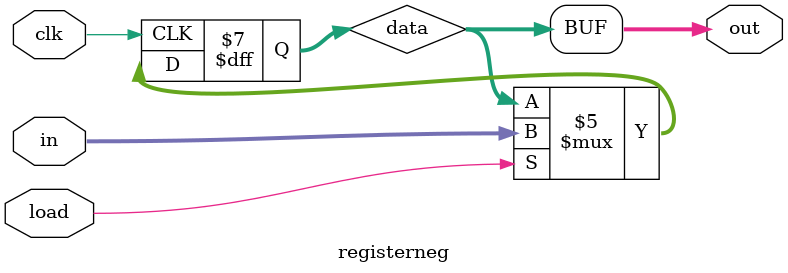
<source format=sv>
/* negative edge triggered register */

module registerneg #(parameter width = 16)
(
    input clk,
    input load,
    input [width-1:0] in,
    output logic [width-1:0] out
);

logic [width-1:0] data;

/* Altera device registers are 0 at power on. Specify this
 * so that Modelsim works as expected.
*/

initial
begin
    data = 1'b0;
end


always_ff @(negedge clk)
begin
    if (load)
    begin
        data = in;
    end
end

always_comb
begin
    out = data;
end

endmodule : registerneg

</source>
